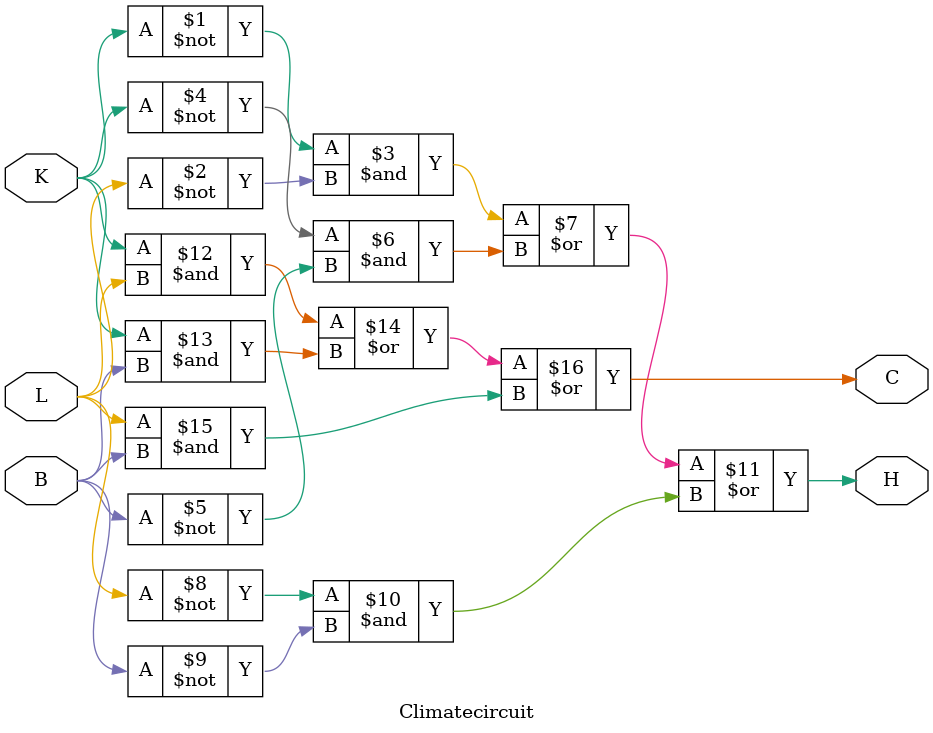
<source format=v>
`timescale 1ns / 1ps

module Climatecircuit(
    input K,
    input L,
    input B,
    output H, 
    output C 
);

    assign H = (~K & ~L) | (~K & ~B) | (~L & ~B);
    assign C = (K & L) | (K & B) | (L & B);

endmodule

</source>
